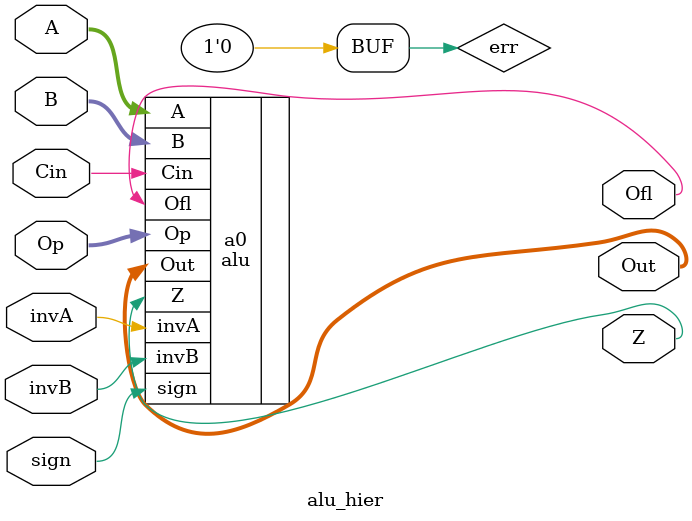
<source format=v>
module alu_hier(A, B, Cin, Op, invA, invB, sign, Out, Ofl, Z);

   input [15:0] A;
   input [15:0] B;
   input Cin;
   input [3:0] Op;
   input invA;
   input invB;
   input sign;
   output [15:0] Out;
   output Ofl;
   output Z;

   wire clk;
   wire rst;
   wire err;

   assign err = 1'b0;
 
   clkrst c0(
             // Outputs
             .clk                       (clk),
             .rst                       (rst),
             // Inputs
             .err                       (err)
            );

    alu a0(
          // Outputs
          .Out                          (Out[15:0]),
          .Ofl                          (Ofl),
          .Z                            (Z),
          // Inputs
          .A                            (A[15:0]),
          .B                            (B[15:0]),
          .Cin                          (Cin),
          .Op                           (Op[3:0]),
          .invA                         (invA),
          .invB                         (invB),
          .sign                         (sign)
         ); 
endmodule // alu_hier

</source>
